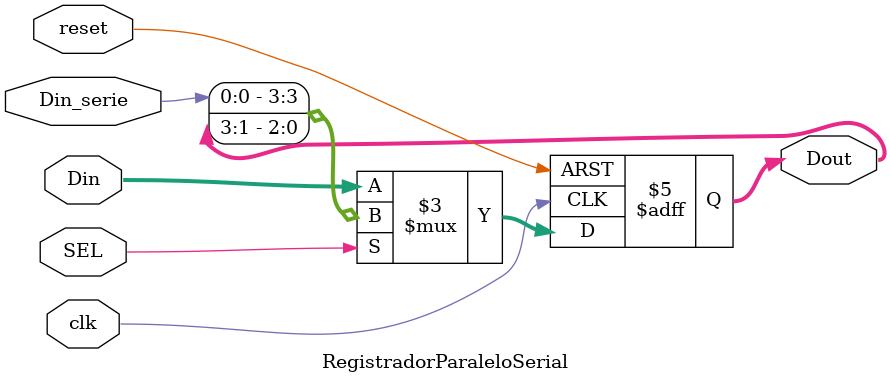
<source format=sv>

parameter BITS = 4;

module RegistradorParaleloSerial (
  input logic clk, reset, SEL, Din_serie,
  input logic [BITS-1:0] Din,
  output logic [BITS-1:0] Dout
);

  always @(posedge clk or posedge reset) begin
    if (reset)
      Dout <= 4'b0;
   else begin
      if (SEL) 
        Dout <= {Din_serie, Dout[BITS-1:1]};
      else 
        Dout <= Din;
    end
  end
  
endmodule
</source>
